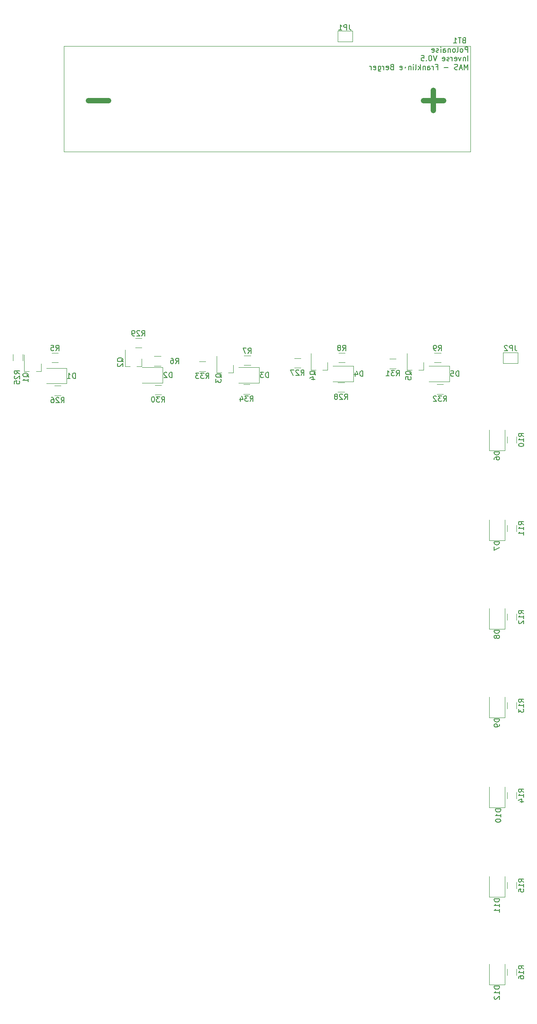
<source format=gbo>
G04 #@! TF.GenerationSoftware,KiCad,Pcbnew,(5.1.2)-1*
G04 #@! TF.CreationDate,2020-06-29T09:09:19+02:00*
G04 #@! TF.ProjectId,projet,70726f6a-6574-42e6-9b69-6361645f7063,rev?*
G04 #@! TF.SameCoordinates,Original*
G04 #@! TF.FileFunction,Legend,Bot*
G04 #@! TF.FilePolarity,Positive*
%FSLAX46Y46*%
G04 Gerber Fmt 4.6, Leading zero omitted, Abs format (unit mm)*
G04 Created by KiCad (PCBNEW (5.1.2)-1) date 2020-06-29 09:09:19*
%MOMM*%
%LPD*%
G04 APERTURE LIST*
%ADD10C,0.150000*%
%ADD11C,0.120000*%
%ADD12C,1.000000*%
G04 APERTURE END LIST*
D10*
X139513023Y-27123380D02*
X139513023Y-26123380D01*
X139132071Y-26123380D01*
X139036833Y-26171000D01*
X138989214Y-26218619D01*
X138941595Y-26313857D01*
X138941595Y-26456714D01*
X138989214Y-26551952D01*
X139036833Y-26599571D01*
X139132071Y-26647190D01*
X139513023Y-26647190D01*
X138370166Y-27123380D02*
X138465404Y-27075761D01*
X138513023Y-27028142D01*
X138560642Y-26932904D01*
X138560642Y-26647190D01*
X138513023Y-26551952D01*
X138465404Y-26504333D01*
X138370166Y-26456714D01*
X138227309Y-26456714D01*
X138132071Y-26504333D01*
X138084452Y-26551952D01*
X138036833Y-26647190D01*
X138036833Y-26932904D01*
X138084452Y-27028142D01*
X138132071Y-27075761D01*
X138227309Y-27123380D01*
X138370166Y-27123380D01*
X137465404Y-27123380D02*
X137560642Y-27075761D01*
X137608261Y-26980523D01*
X137608261Y-26123380D01*
X136941595Y-27123380D02*
X137036833Y-27075761D01*
X137084452Y-27028142D01*
X137132071Y-26932904D01*
X137132071Y-26647190D01*
X137084452Y-26551952D01*
X137036833Y-26504333D01*
X136941595Y-26456714D01*
X136798738Y-26456714D01*
X136703499Y-26504333D01*
X136655880Y-26551952D01*
X136608261Y-26647190D01*
X136608261Y-26932904D01*
X136655880Y-27028142D01*
X136703499Y-27075761D01*
X136798738Y-27123380D01*
X136941595Y-27123380D01*
X136179690Y-26456714D02*
X136179690Y-27123380D01*
X136179690Y-26551952D02*
X136132071Y-26504333D01*
X136036833Y-26456714D01*
X135893976Y-26456714D01*
X135798738Y-26504333D01*
X135751119Y-26599571D01*
X135751119Y-27123380D01*
X134846357Y-27123380D02*
X134846357Y-26599571D01*
X134893976Y-26504333D01*
X134989214Y-26456714D01*
X135179690Y-26456714D01*
X135274928Y-26504333D01*
X134846357Y-27075761D02*
X134941595Y-27123380D01*
X135179690Y-27123380D01*
X135274928Y-27075761D01*
X135322547Y-26980523D01*
X135322547Y-26885285D01*
X135274928Y-26790047D01*
X135179690Y-26742428D01*
X134941595Y-26742428D01*
X134846357Y-26694809D01*
X134370166Y-27123380D02*
X134370166Y-26456714D01*
X134370166Y-26123380D02*
X134417785Y-26171000D01*
X134370166Y-26218619D01*
X134322547Y-26171000D01*
X134370166Y-26123380D01*
X134370166Y-26218619D01*
X133941595Y-27075761D02*
X133846357Y-27123380D01*
X133655880Y-27123380D01*
X133560642Y-27075761D01*
X133513023Y-26980523D01*
X133513023Y-26932904D01*
X133560642Y-26837666D01*
X133655880Y-26790047D01*
X133798738Y-26790047D01*
X133893976Y-26742428D01*
X133941595Y-26647190D01*
X133941595Y-26599571D01*
X133893976Y-26504333D01*
X133798738Y-26456714D01*
X133655880Y-26456714D01*
X133560642Y-26504333D01*
X132703499Y-27075761D02*
X132798738Y-27123380D01*
X132989214Y-27123380D01*
X133084452Y-27075761D01*
X133132071Y-26980523D01*
X133132071Y-26599571D01*
X133084452Y-26504333D01*
X132989214Y-26456714D01*
X132798738Y-26456714D01*
X132703499Y-26504333D01*
X132655880Y-26599571D01*
X132655880Y-26694809D01*
X133132071Y-26790047D01*
X139513023Y-28773380D02*
X139513023Y-27773380D01*
X139036833Y-28106714D02*
X139036833Y-28773380D01*
X139036833Y-28201952D02*
X138989214Y-28154333D01*
X138893976Y-28106714D01*
X138751119Y-28106714D01*
X138655880Y-28154333D01*
X138608261Y-28249571D01*
X138608261Y-28773380D01*
X138227309Y-28106714D02*
X137989214Y-28773380D01*
X137751119Y-28106714D01*
X136989214Y-28725761D02*
X137084452Y-28773380D01*
X137274928Y-28773380D01*
X137370166Y-28725761D01*
X137417785Y-28630523D01*
X137417785Y-28249571D01*
X137370166Y-28154333D01*
X137274928Y-28106714D01*
X137084452Y-28106714D01*
X136989214Y-28154333D01*
X136941595Y-28249571D01*
X136941595Y-28344809D01*
X137417785Y-28440047D01*
X136513023Y-28773380D02*
X136513023Y-28106714D01*
X136513023Y-28297190D02*
X136465404Y-28201952D01*
X136417785Y-28154333D01*
X136322547Y-28106714D01*
X136227309Y-28106714D01*
X135941595Y-28725761D02*
X135846357Y-28773380D01*
X135655880Y-28773380D01*
X135560642Y-28725761D01*
X135513023Y-28630523D01*
X135513023Y-28582904D01*
X135560642Y-28487666D01*
X135655880Y-28440047D01*
X135798738Y-28440047D01*
X135893976Y-28392428D01*
X135941595Y-28297190D01*
X135941595Y-28249571D01*
X135893976Y-28154333D01*
X135798738Y-28106714D01*
X135655880Y-28106714D01*
X135560642Y-28154333D01*
X134703499Y-28725761D02*
X134798738Y-28773380D01*
X134989214Y-28773380D01*
X135084452Y-28725761D01*
X135132071Y-28630523D01*
X135132071Y-28249571D01*
X135084452Y-28154333D01*
X134989214Y-28106714D01*
X134798738Y-28106714D01*
X134703499Y-28154333D01*
X134655880Y-28249571D01*
X134655880Y-28344809D01*
X135132071Y-28440047D01*
X133608261Y-27773380D02*
X133274928Y-28773380D01*
X132941595Y-27773380D01*
X132417785Y-27773380D02*
X132322547Y-27773380D01*
X132227309Y-27821000D01*
X132179690Y-27868619D01*
X132132071Y-27963857D01*
X132084452Y-28154333D01*
X132084452Y-28392428D01*
X132132071Y-28582904D01*
X132179690Y-28678142D01*
X132227309Y-28725761D01*
X132322547Y-28773380D01*
X132417785Y-28773380D01*
X132513023Y-28725761D01*
X132560642Y-28678142D01*
X132608261Y-28582904D01*
X132655880Y-28392428D01*
X132655880Y-28154333D01*
X132608261Y-27963857D01*
X132560642Y-27868619D01*
X132513023Y-27821000D01*
X132417785Y-27773380D01*
X131655880Y-28678142D02*
X131608261Y-28725761D01*
X131655880Y-28773380D01*
X131703499Y-28725761D01*
X131655880Y-28678142D01*
X131655880Y-28773380D01*
X130703499Y-27773380D02*
X131179690Y-27773380D01*
X131227309Y-28249571D01*
X131179690Y-28201952D01*
X131084452Y-28154333D01*
X130846357Y-28154333D01*
X130751119Y-28201952D01*
X130703499Y-28249571D01*
X130655880Y-28344809D01*
X130655880Y-28582904D01*
X130703499Y-28678142D01*
X130751119Y-28725761D01*
X130846357Y-28773380D01*
X131084452Y-28773380D01*
X131179690Y-28725761D01*
X131227309Y-28678142D01*
X139513023Y-30423380D02*
X139513023Y-29423380D01*
X139179690Y-30137666D01*
X138846357Y-29423380D01*
X138846357Y-30423380D01*
X138417785Y-30137666D02*
X137941595Y-30137666D01*
X138513023Y-30423380D02*
X138179690Y-29423380D01*
X137846357Y-30423380D01*
X137560642Y-30375761D02*
X137417785Y-30423380D01*
X137179690Y-30423380D01*
X137084452Y-30375761D01*
X137036833Y-30328142D01*
X136989214Y-30232904D01*
X136989214Y-30137666D01*
X137036833Y-30042428D01*
X137084452Y-29994809D01*
X137179690Y-29947190D01*
X137370166Y-29899571D01*
X137465404Y-29851952D01*
X137513023Y-29804333D01*
X137560642Y-29709095D01*
X137560642Y-29613857D01*
X137513023Y-29518619D01*
X137465404Y-29471000D01*
X137370166Y-29423380D01*
X137132071Y-29423380D01*
X136989214Y-29471000D01*
X135798738Y-30042428D02*
X135036833Y-30042428D01*
X133465404Y-29899571D02*
X133798738Y-29899571D01*
X133798738Y-30423380D02*
X133798738Y-29423380D01*
X133322547Y-29423380D01*
X132941595Y-30423380D02*
X132941595Y-29756714D01*
X132941595Y-29947190D02*
X132893976Y-29851952D01*
X132846357Y-29804333D01*
X132751119Y-29756714D01*
X132655880Y-29756714D01*
X131893976Y-30423380D02*
X131893976Y-29899571D01*
X131941595Y-29804333D01*
X132036833Y-29756714D01*
X132227309Y-29756714D01*
X132322547Y-29804333D01*
X131893976Y-30375761D02*
X131989214Y-30423380D01*
X132227309Y-30423380D01*
X132322547Y-30375761D01*
X132370166Y-30280523D01*
X132370166Y-30185285D01*
X132322547Y-30090047D01*
X132227309Y-30042428D01*
X131989214Y-30042428D01*
X131893976Y-29994809D01*
X131417785Y-29756714D02*
X131417785Y-30423380D01*
X131417785Y-29851952D02*
X131370166Y-29804333D01*
X131274928Y-29756714D01*
X131132071Y-29756714D01*
X131036833Y-29804333D01*
X130989214Y-29899571D01*
X130989214Y-30423380D01*
X130513023Y-30423380D02*
X130513023Y-29423380D01*
X130417785Y-30042428D02*
X130132071Y-30423380D01*
X130132071Y-29756714D02*
X130513023Y-30137666D01*
X129560642Y-30423380D02*
X129655880Y-30375761D01*
X129703499Y-30280523D01*
X129703499Y-29423380D01*
X129179690Y-30423380D02*
X129179690Y-29756714D01*
X129179690Y-29423380D02*
X129227309Y-29471000D01*
X129179690Y-29518619D01*
X129132071Y-29471000D01*
X129179690Y-29423380D01*
X129179690Y-29518619D01*
X128703499Y-29756714D02*
X128703499Y-30423380D01*
X128703499Y-29851952D02*
X128655880Y-29804333D01*
X128560642Y-29756714D01*
X128417785Y-29756714D01*
X128322547Y-29804333D01*
X128274928Y-29899571D01*
X128274928Y-30423380D01*
X127655880Y-29994809D02*
X127703499Y-30042428D01*
X127655880Y-30090047D01*
X127608261Y-30042428D01*
X127655880Y-29994809D01*
X127655880Y-30090047D01*
X126655880Y-30375761D02*
X126751119Y-30423380D01*
X126941595Y-30423380D01*
X127036833Y-30375761D01*
X127084452Y-30280523D01*
X127084452Y-29899571D01*
X127036833Y-29804333D01*
X126941595Y-29756714D01*
X126751119Y-29756714D01*
X126655880Y-29804333D01*
X126608261Y-29899571D01*
X126608261Y-29994809D01*
X127084452Y-30090047D01*
X125084452Y-29899571D02*
X124941595Y-29947190D01*
X124893976Y-29994809D01*
X124846357Y-30090047D01*
X124846357Y-30232904D01*
X124893976Y-30328142D01*
X124941595Y-30375761D01*
X125036833Y-30423380D01*
X125417785Y-30423380D01*
X125417785Y-29423380D01*
X125084452Y-29423380D01*
X124989214Y-29471000D01*
X124941595Y-29518619D01*
X124893976Y-29613857D01*
X124893976Y-29709095D01*
X124941595Y-29804333D01*
X124989214Y-29851952D01*
X125084452Y-29899571D01*
X125417785Y-29899571D01*
X124036833Y-30375761D02*
X124132071Y-30423380D01*
X124322547Y-30423380D01*
X124417785Y-30375761D01*
X124465404Y-30280523D01*
X124465404Y-29899571D01*
X124417785Y-29804333D01*
X124322547Y-29756714D01*
X124132071Y-29756714D01*
X124036833Y-29804333D01*
X123989214Y-29899571D01*
X123989214Y-29994809D01*
X124465404Y-30090047D01*
X123560642Y-30423380D02*
X123560642Y-29756714D01*
X123560642Y-29947190D02*
X123513023Y-29851952D01*
X123465404Y-29804333D01*
X123370166Y-29756714D01*
X123274928Y-29756714D01*
X122513023Y-29756714D02*
X122513023Y-30566238D01*
X122560642Y-30661476D01*
X122608261Y-30709095D01*
X122703499Y-30756714D01*
X122846357Y-30756714D01*
X122941595Y-30709095D01*
X122513023Y-30375761D02*
X122608261Y-30423380D01*
X122798738Y-30423380D01*
X122893976Y-30375761D01*
X122941595Y-30328142D01*
X122989214Y-30232904D01*
X122989214Y-29947190D01*
X122941595Y-29851952D01*
X122893976Y-29804333D01*
X122798738Y-29756714D01*
X122608261Y-29756714D01*
X122513023Y-29804333D01*
X121655880Y-30375761D02*
X121751119Y-30423380D01*
X121941595Y-30423380D01*
X122036833Y-30375761D01*
X122084452Y-30280523D01*
X122084452Y-29899571D01*
X122036833Y-29804333D01*
X121941595Y-29756714D01*
X121751119Y-29756714D01*
X121655880Y-29804333D01*
X121608261Y-29899571D01*
X121608261Y-29994809D01*
X122084452Y-30090047D01*
X121179690Y-30423380D02*
X121179690Y-29756714D01*
X121179690Y-29947190D02*
X121132071Y-29851952D01*
X121084452Y-29804333D01*
X120989214Y-29756714D01*
X120893976Y-29756714D01*
D11*
X96970436Y-90022000D02*
X98174564Y-90022000D01*
X96970436Y-91842000D02*
X98174564Y-91842000D01*
X88600436Y-85698000D02*
X89804564Y-85698000D01*
X88600436Y-87518000D02*
X89804564Y-87518000D01*
X133636936Y-90022000D02*
X134841064Y-90022000D01*
X133636936Y-91842000D02*
X134841064Y-91842000D01*
X124687936Y-85190000D02*
X125892064Y-85190000D01*
X124687936Y-87010000D02*
X125892064Y-87010000D01*
X80206436Y-90149000D02*
X81410564Y-90149000D01*
X80206436Y-91969000D02*
X81410564Y-91969000D01*
X77674564Y-83079000D02*
X76470436Y-83079000D01*
X77674564Y-81259000D02*
X76470436Y-81259000D01*
X114877436Y-89641000D02*
X116081564Y-89641000D01*
X114877436Y-91461000D02*
X116081564Y-91461000D01*
X106622436Y-85069000D02*
X107826564Y-85069000D01*
X106622436Y-86889000D02*
X107826564Y-86889000D01*
X61156436Y-90276000D02*
X62360564Y-90276000D01*
X61156436Y-92096000D02*
X62360564Y-92096000D01*
X55146000Y-84310436D02*
X55146000Y-85514564D01*
X53326000Y-84310436D02*
X53326000Y-85514564D01*
X131120000Y-87260000D02*
X131120000Y-85800000D01*
X127960000Y-87260000D02*
X127960000Y-84100000D01*
X127960000Y-87260000D02*
X128890000Y-87260000D01*
X131120000Y-87260000D02*
X130190000Y-87260000D01*
X112939000Y-87260000D02*
X112939000Y-85800000D01*
X109779000Y-87260000D02*
X109779000Y-84100000D01*
X109779000Y-87260000D02*
X110709000Y-87260000D01*
X112939000Y-87260000D02*
X112009000Y-87260000D01*
X95070000Y-87768000D02*
X95070000Y-86308000D01*
X91910000Y-87768000D02*
X91910000Y-84608000D01*
X91910000Y-87768000D02*
X92840000Y-87768000D01*
X95070000Y-87768000D02*
X94140000Y-87768000D01*
X77719000Y-86588000D02*
X77719000Y-85128000D01*
X74559000Y-86588000D02*
X74559000Y-83428000D01*
X74559000Y-86588000D02*
X75489000Y-86588000D01*
X77719000Y-86588000D02*
X76789000Y-86588000D01*
X58616000Y-87560000D02*
X58616000Y-86100000D01*
X55456000Y-87560000D02*
X55456000Y-84400000D01*
X55456000Y-87560000D02*
X56386000Y-87560000D01*
X58616000Y-87560000D02*
X57686000Y-87560000D01*
X62988000Y-45941000D02*
X139988000Y-45941000D01*
X62988000Y-25941000D02*
X62988000Y-45941000D01*
X139988000Y-25941000D02*
X62988000Y-25941000D01*
X139988000Y-45941000D02*
X139988000Y-25941000D01*
X146918000Y-201860564D02*
X146918000Y-200656436D01*
X148738000Y-201860564D02*
X148738000Y-200656436D01*
X146918000Y-185423564D02*
X146918000Y-184219436D01*
X148738000Y-185423564D02*
X148738000Y-184219436D01*
X146918000Y-168405564D02*
X146918000Y-167201436D01*
X148738000Y-168405564D02*
X148738000Y-167201436D01*
X146918000Y-151387564D02*
X146918000Y-150183436D01*
X148738000Y-151387564D02*
X148738000Y-150183436D01*
X146918000Y-134623564D02*
X146918000Y-133419436D01*
X148738000Y-134623564D02*
X148738000Y-133419436D01*
X146918000Y-117823064D02*
X146918000Y-116618936D01*
X148738000Y-117823064D02*
X148738000Y-116618936D01*
X146918000Y-101095564D02*
X146918000Y-99891436D01*
X148738000Y-101095564D02*
X148738000Y-99891436D01*
X134369564Y-85873000D02*
X133165436Y-85873000D01*
X134369564Y-84053000D02*
X133165436Y-84053000D01*
X116208564Y-85873000D02*
X115004436Y-85873000D01*
X116208564Y-84053000D02*
X115004436Y-84053000D01*
X98301564Y-86381000D02*
X97097436Y-86381000D01*
X98301564Y-84561000D02*
X97097436Y-84561000D01*
X81283564Y-86508000D02*
X80079436Y-86508000D01*
X81283564Y-84688000D02*
X80079436Y-84688000D01*
X61852564Y-85873000D02*
X60648436Y-85873000D01*
X61852564Y-84053000D02*
X60648436Y-84053000D01*
X149011000Y-83963000D02*
X146211000Y-83963000D01*
X146211000Y-83963000D02*
X146211000Y-85963000D01*
X146211000Y-85963000D02*
X149011000Y-85963000D01*
X149011000Y-85963000D02*
X149011000Y-83963000D01*
X114813000Y-25130000D02*
X117613000Y-25130000D01*
X117613000Y-25130000D02*
X117613000Y-23130000D01*
X117613000Y-23130000D02*
X114813000Y-23130000D01*
X114813000Y-23130000D02*
X114813000Y-25130000D01*
X143574000Y-203580000D02*
X143574000Y-199695000D01*
X146494000Y-203580000D02*
X143574000Y-203580000D01*
X146494000Y-199695000D02*
X146494000Y-203580000D01*
X143574000Y-187044000D02*
X143574000Y-183159000D01*
X146494000Y-187044000D02*
X143574000Y-187044000D01*
X146494000Y-183159000D02*
X146494000Y-187044000D01*
X143574000Y-170052000D02*
X143574000Y-166167000D01*
X146494000Y-170052000D02*
X143574000Y-170052000D01*
X146494000Y-166167000D02*
X146494000Y-170052000D01*
X143574000Y-153034000D02*
X143574000Y-149149000D01*
X146494000Y-153034000D02*
X143574000Y-153034000D01*
X146494000Y-149149000D02*
X146494000Y-153034000D01*
X143574000Y-136270000D02*
X143574000Y-132385000D01*
X146494000Y-136270000D02*
X143574000Y-136270000D01*
X146494000Y-132385000D02*
X146494000Y-136270000D01*
X143574000Y-119506000D02*
X143574000Y-115621000D01*
X146494000Y-119506000D02*
X143574000Y-119506000D01*
X146494000Y-115621000D02*
X146494000Y-119506000D01*
X143574000Y-102488000D02*
X143574000Y-98603000D01*
X146494000Y-102488000D02*
X143574000Y-102488000D01*
X146494000Y-98603000D02*
X146494000Y-102488000D01*
X136016000Y-89471000D02*
X132131000Y-89471000D01*
X136016000Y-86551000D02*
X136016000Y-89471000D01*
X132131000Y-86551000D02*
X136016000Y-86551000D01*
X117829000Y-89471000D02*
X113944000Y-89471000D01*
X117829000Y-86551000D02*
X117829000Y-89471000D01*
X113944000Y-86551000D02*
X117829000Y-86551000D01*
X99948000Y-89725000D02*
X96063000Y-89725000D01*
X99948000Y-86805000D02*
X99948000Y-89725000D01*
X96063000Y-86805000D02*
X99948000Y-86805000D01*
X81660000Y-89725000D02*
X77775000Y-89725000D01*
X81660000Y-86805000D02*
X81660000Y-89725000D01*
X77775000Y-86805000D02*
X81660000Y-86805000D01*
X63499000Y-89852000D02*
X59614000Y-89852000D01*
X63499000Y-86932000D02*
X63499000Y-89852000D01*
X59614000Y-86932000D02*
X63499000Y-86932000D01*
D10*
X98215357Y-93204380D02*
X98548690Y-92728190D01*
X98786785Y-93204380D02*
X98786785Y-92204380D01*
X98405833Y-92204380D01*
X98310595Y-92252000D01*
X98262976Y-92299619D01*
X98215357Y-92394857D01*
X98215357Y-92537714D01*
X98262976Y-92632952D01*
X98310595Y-92680571D01*
X98405833Y-92728190D01*
X98786785Y-92728190D01*
X97882023Y-92204380D02*
X97262976Y-92204380D01*
X97596309Y-92585333D01*
X97453452Y-92585333D01*
X97358214Y-92632952D01*
X97310595Y-92680571D01*
X97262976Y-92775809D01*
X97262976Y-93013904D01*
X97310595Y-93109142D01*
X97358214Y-93156761D01*
X97453452Y-93204380D01*
X97739166Y-93204380D01*
X97834404Y-93156761D01*
X97882023Y-93109142D01*
X96405833Y-92537714D02*
X96405833Y-93204380D01*
X96643928Y-92156761D02*
X96882023Y-92871047D01*
X96262976Y-92871047D01*
X89845357Y-88880380D02*
X90178690Y-88404190D01*
X90416785Y-88880380D02*
X90416785Y-87880380D01*
X90035833Y-87880380D01*
X89940595Y-87928000D01*
X89892976Y-87975619D01*
X89845357Y-88070857D01*
X89845357Y-88213714D01*
X89892976Y-88308952D01*
X89940595Y-88356571D01*
X90035833Y-88404190D01*
X90416785Y-88404190D01*
X89512023Y-87880380D02*
X88892976Y-87880380D01*
X89226309Y-88261333D01*
X89083452Y-88261333D01*
X88988214Y-88308952D01*
X88940595Y-88356571D01*
X88892976Y-88451809D01*
X88892976Y-88689904D01*
X88940595Y-88785142D01*
X88988214Y-88832761D01*
X89083452Y-88880380D01*
X89369166Y-88880380D01*
X89464404Y-88832761D01*
X89512023Y-88785142D01*
X88559642Y-87880380D02*
X87940595Y-87880380D01*
X88273928Y-88261333D01*
X88131071Y-88261333D01*
X88035833Y-88308952D01*
X87988214Y-88356571D01*
X87940595Y-88451809D01*
X87940595Y-88689904D01*
X87988214Y-88785142D01*
X88035833Y-88832761D01*
X88131071Y-88880380D01*
X88416785Y-88880380D01*
X88512023Y-88832761D01*
X88559642Y-88785142D01*
X134881857Y-93204380D02*
X135215190Y-92728190D01*
X135453285Y-93204380D02*
X135453285Y-92204380D01*
X135072333Y-92204380D01*
X134977095Y-92252000D01*
X134929476Y-92299619D01*
X134881857Y-92394857D01*
X134881857Y-92537714D01*
X134929476Y-92632952D01*
X134977095Y-92680571D01*
X135072333Y-92728190D01*
X135453285Y-92728190D01*
X134548523Y-92204380D02*
X133929476Y-92204380D01*
X134262809Y-92585333D01*
X134119952Y-92585333D01*
X134024714Y-92632952D01*
X133977095Y-92680571D01*
X133929476Y-92775809D01*
X133929476Y-93013904D01*
X133977095Y-93109142D01*
X134024714Y-93156761D01*
X134119952Y-93204380D01*
X134405666Y-93204380D01*
X134500904Y-93156761D01*
X134548523Y-93109142D01*
X133548523Y-92299619D02*
X133500904Y-92252000D01*
X133405666Y-92204380D01*
X133167571Y-92204380D01*
X133072333Y-92252000D01*
X133024714Y-92299619D01*
X132977095Y-92394857D01*
X132977095Y-92490095D01*
X133024714Y-92632952D01*
X133596142Y-93204380D01*
X132977095Y-93204380D01*
X125932857Y-88372380D02*
X126266190Y-87896190D01*
X126504285Y-88372380D02*
X126504285Y-87372380D01*
X126123333Y-87372380D01*
X126028095Y-87420000D01*
X125980476Y-87467619D01*
X125932857Y-87562857D01*
X125932857Y-87705714D01*
X125980476Y-87800952D01*
X126028095Y-87848571D01*
X126123333Y-87896190D01*
X126504285Y-87896190D01*
X125599523Y-87372380D02*
X124980476Y-87372380D01*
X125313809Y-87753333D01*
X125170952Y-87753333D01*
X125075714Y-87800952D01*
X125028095Y-87848571D01*
X124980476Y-87943809D01*
X124980476Y-88181904D01*
X125028095Y-88277142D01*
X125075714Y-88324761D01*
X125170952Y-88372380D01*
X125456666Y-88372380D01*
X125551904Y-88324761D01*
X125599523Y-88277142D01*
X124028095Y-88372380D02*
X124599523Y-88372380D01*
X124313809Y-88372380D02*
X124313809Y-87372380D01*
X124409047Y-87515238D01*
X124504285Y-87610476D01*
X124599523Y-87658095D01*
X81451357Y-93331380D02*
X81784690Y-92855190D01*
X82022785Y-93331380D02*
X82022785Y-92331380D01*
X81641833Y-92331380D01*
X81546595Y-92379000D01*
X81498976Y-92426619D01*
X81451357Y-92521857D01*
X81451357Y-92664714D01*
X81498976Y-92759952D01*
X81546595Y-92807571D01*
X81641833Y-92855190D01*
X82022785Y-92855190D01*
X81118023Y-92331380D02*
X80498976Y-92331380D01*
X80832309Y-92712333D01*
X80689452Y-92712333D01*
X80594214Y-92759952D01*
X80546595Y-92807571D01*
X80498976Y-92902809D01*
X80498976Y-93140904D01*
X80546595Y-93236142D01*
X80594214Y-93283761D01*
X80689452Y-93331380D01*
X80975166Y-93331380D01*
X81070404Y-93283761D01*
X81118023Y-93236142D01*
X79879928Y-92331380D02*
X79784690Y-92331380D01*
X79689452Y-92379000D01*
X79641833Y-92426619D01*
X79594214Y-92521857D01*
X79546595Y-92712333D01*
X79546595Y-92950428D01*
X79594214Y-93140904D01*
X79641833Y-93236142D01*
X79689452Y-93283761D01*
X79784690Y-93331380D01*
X79879928Y-93331380D01*
X79975166Y-93283761D01*
X80022785Y-93236142D01*
X80070404Y-93140904D01*
X80118023Y-92950428D01*
X80118023Y-92712333D01*
X80070404Y-92521857D01*
X80022785Y-92426619D01*
X79975166Y-92379000D01*
X79879928Y-92331380D01*
X77715357Y-80801380D02*
X78048690Y-80325190D01*
X78286785Y-80801380D02*
X78286785Y-79801380D01*
X77905833Y-79801380D01*
X77810595Y-79849000D01*
X77762976Y-79896619D01*
X77715357Y-79991857D01*
X77715357Y-80134714D01*
X77762976Y-80229952D01*
X77810595Y-80277571D01*
X77905833Y-80325190D01*
X78286785Y-80325190D01*
X77334404Y-79896619D02*
X77286785Y-79849000D01*
X77191547Y-79801380D01*
X76953452Y-79801380D01*
X76858214Y-79849000D01*
X76810595Y-79896619D01*
X76762976Y-79991857D01*
X76762976Y-80087095D01*
X76810595Y-80229952D01*
X77382023Y-80801380D01*
X76762976Y-80801380D01*
X76286785Y-80801380D02*
X76096309Y-80801380D01*
X76001071Y-80753761D01*
X75953452Y-80706142D01*
X75858214Y-80563285D01*
X75810595Y-80372809D01*
X75810595Y-79991857D01*
X75858214Y-79896619D01*
X75905833Y-79849000D01*
X76001071Y-79801380D01*
X76191547Y-79801380D01*
X76286785Y-79849000D01*
X76334404Y-79896619D01*
X76382023Y-79991857D01*
X76382023Y-80229952D01*
X76334404Y-80325190D01*
X76286785Y-80372809D01*
X76191547Y-80420428D01*
X76001071Y-80420428D01*
X75905833Y-80372809D01*
X75858214Y-80325190D01*
X75810595Y-80229952D01*
X116122357Y-92823380D02*
X116455690Y-92347190D01*
X116693785Y-92823380D02*
X116693785Y-91823380D01*
X116312833Y-91823380D01*
X116217595Y-91871000D01*
X116169976Y-91918619D01*
X116122357Y-92013857D01*
X116122357Y-92156714D01*
X116169976Y-92251952D01*
X116217595Y-92299571D01*
X116312833Y-92347190D01*
X116693785Y-92347190D01*
X115741404Y-91918619D02*
X115693785Y-91871000D01*
X115598547Y-91823380D01*
X115360452Y-91823380D01*
X115265214Y-91871000D01*
X115217595Y-91918619D01*
X115169976Y-92013857D01*
X115169976Y-92109095D01*
X115217595Y-92251952D01*
X115789023Y-92823380D01*
X115169976Y-92823380D01*
X114598547Y-92251952D02*
X114693785Y-92204333D01*
X114741404Y-92156714D01*
X114789023Y-92061476D01*
X114789023Y-92013857D01*
X114741404Y-91918619D01*
X114693785Y-91871000D01*
X114598547Y-91823380D01*
X114408071Y-91823380D01*
X114312833Y-91871000D01*
X114265214Y-91918619D01*
X114217595Y-92013857D01*
X114217595Y-92061476D01*
X114265214Y-92156714D01*
X114312833Y-92204333D01*
X114408071Y-92251952D01*
X114598547Y-92251952D01*
X114693785Y-92299571D01*
X114741404Y-92347190D01*
X114789023Y-92442428D01*
X114789023Y-92632904D01*
X114741404Y-92728142D01*
X114693785Y-92775761D01*
X114598547Y-92823380D01*
X114408071Y-92823380D01*
X114312833Y-92775761D01*
X114265214Y-92728142D01*
X114217595Y-92632904D01*
X114217595Y-92442428D01*
X114265214Y-92347190D01*
X114312833Y-92299571D01*
X114408071Y-92251952D01*
X107867357Y-88251380D02*
X108200690Y-87775190D01*
X108438785Y-88251380D02*
X108438785Y-87251380D01*
X108057833Y-87251380D01*
X107962595Y-87299000D01*
X107914976Y-87346619D01*
X107867357Y-87441857D01*
X107867357Y-87584714D01*
X107914976Y-87679952D01*
X107962595Y-87727571D01*
X108057833Y-87775190D01*
X108438785Y-87775190D01*
X107486404Y-87346619D02*
X107438785Y-87299000D01*
X107343547Y-87251380D01*
X107105452Y-87251380D01*
X107010214Y-87299000D01*
X106962595Y-87346619D01*
X106914976Y-87441857D01*
X106914976Y-87537095D01*
X106962595Y-87679952D01*
X107534023Y-88251380D01*
X106914976Y-88251380D01*
X106581642Y-87251380D02*
X105914976Y-87251380D01*
X106343547Y-88251380D01*
X62403357Y-93472380D02*
X62736690Y-92996190D01*
X62974785Y-93472380D02*
X62974785Y-92472380D01*
X62593833Y-92472380D01*
X62498595Y-92520000D01*
X62450976Y-92567619D01*
X62403357Y-92662857D01*
X62403357Y-92805714D01*
X62450976Y-92900952D01*
X62498595Y-92948571D01*
X62593833Y-92996190D01*
X62974785Y-92996190D01*
X62022404Y-92567619D02*
X61974785Y-92520000D01*
X61879547Y-92472380D01*
X61641452Y-92472380D01*
X61546214Y-92520000D01*
X61498595Y-92567619D01*
X61450976Y-92662857D01*
X61450976Y-92758095D01*
X61498595Y-92900952D01*
X62070023Y-93472380D01*
X61450976Y-93472380D01*
X60593833Y-92472380D02*
X60784309Y-92472380D01*
X60879547Y-92520000D01*
X60927166Y-92567619D01*
X61022404Y-92710476D01*
X61070023Y-92900952D01*
X61070023Y-93281904D01*
X61022404Y-93377142D01*
X60974785Y-93424761D01*
X60879547Y-93472380D01*
X60689071Y-93472380D01*
X60593833Y-93424761D01*
X60546214Y-93377142D01*
X60498595Y-93281904D01*
X60498595Y-93043809D01*
X60546214Y-92948571D01*
X60593833Y-92900952D01*
X60689071Y-92853333D01*
X60879547Y-92853333D01*
X60974785Y-92900952D01*
X61022404Y-92948571D01*
X61070023Y-93043809D01*
X54554380Y-88003142D02*
X54078190Y-87669809D01*
X54554380Y-87431714D02*
X53554380Y-87431714D01*
X53554380Y-87812666D01*
X53602000Y-87907904D01*
X53649619Y-87955523D01*
X53744857Y-88003142D01*
X53887714Y-88003142D01*
X53982952Y-87955523D01*
X54030571Y-87907904D01*
X54078190Y-87812666D01*
X54078190Y-87431714D01*
X53649619Y-88384095D02*
X53602000Y-88431714D01*
X53554380Y-88526952D01*
X53554380Y-88765047D01*
X53602000Y-88860285D01*
X53649619Y-88907904D01*
X53744857Y-88955523D01*
X53840095Y-88955523D01*
X53982952Y-88907904D01*
X54554380Y-88336476D01*
X54554380Y-88955523D01*
X53554380Y-89860285D02*
X53554380Y-89384095D01*
X54030571Y-89336476D01*
X53982952Y-89384095D01*
X53935333Y-89479333D01*
X53935333Y-89717428D01*
X53982952Y-89812666D01*
X54030571Y-89860285D01*
X54125809Y-89907904D01*
X54363904Y-89907904D01*
X54459142Y-89860285D01*
X54506761Y-89812666D01*
X54554380Y-89717428D01*
X54554380Y-89479333D01*
X54506761Y-89384095D01*
X54459142Y-89336476D01*
X128837619Y-88204761D02*
X128790000Y-88109523D01*
X128694761Y-88014285D01*
X128551904Y-87871428D01*
X128504285Y-87776190D01*
X128504285Y-87680952D01*
X128742380Y-87728571D02*
X128694761Y-87633333D01*
X128599523Y-87538095D01*
X128409047Y-87490476D01*
X128075714Y-87490476D01*
X127885238Y-87538095D01*
X127790000Y-87633333D01*
X127742380Y-87728571D01*
X127742380Y-87919047D01*
X127790000Y-88014285D01*
X127885238Y-88109523D01*
X128075714Y-88157142D01*
X128409047Y-88157142D01*
X128599523Y-88109523D01*
X128694761Y-88014285D01*
X128742380Y-87919047D01*
X128742380Y-87728571D01*
X127742380Y-89061904D02*
X127742380Y-88585714D01*
X128218571Y-88538095D01*
X128170952Y-88585714D01*
X128123333Y-88680952D01*
X128123333Y-88919047D01*
X128170952Y-89014285D01*
X128218571Y-89061904D01*
X128313809Y-89109523D01*
X128551904Y-89109523D01*
X128647142Y-89061904D01*
X128694761Y-89014285D01*
X128742380Y-88919047D01*
X128742380Y-88680952D01*
X128694761Y-88585714D01*
X128647142Y-88538095D01*
X110656619Y-88204761D02*
X110609000Y-88109523D01*
X110513761Y-88014285D01*
X110370904Y-87871428D01*
X110323285Y-87776190D01*
X110323285Y-87680952D01*
X110561380Y-87728571D02*
X110513761Y-87633333D01*
X110418523Y-87538095D01*
X110228047Y-87490476D01*
X109894714Y-87490476D01*
X109704238Y-87538095D01*
X109609000Y-87633333D01*
X109561380Y-87728571D01*
X109561380Y-87919047D01*
X109609000Y-88014285D01*
X109704238Y-88109523D01*
X109894714Y-88157142D01*
X110228047Y-88157142D01*
X110418523Y-88109523D01*
X110513761Y-88014285D01*
X110561380Y-87919047D01*
X110561380Y-87728571D01*
X109894714Y-89014285D02*
X110561380Y-89014285D01*
X109513761Y-88776190D02*
X110228047Y-88538095D01*
X110228047Y-89157142D01*
X92837619Y-88712761D02*
X92790000Y-88617523D01*
X92694761Y-88522285D01*
X92551904Y-88379428D01*
X92504285Y-88284190D01*
X92504285Y-88188952D01*
X92742380Y-88236571D02*
X92694761Y-88141333D01*
X92599523Y-88046095D01*
X92409047Y-87998476D01*
X92075714Y-87998476D01*
X91885238Y-88046095D01*
X91790000Y-88141333D01*
X91742380Y-88236571D01*
X91742380Y-88427047D01*
X91790000Y-88522285D01*
X91885238Y-88617523D01*
X92075714Y-88665142D01*
X92409047Y-88665142D01*
X92599523Y-88617523D01*
X92694761Y-88522285D01*
X92742380Y-88427047D01*
X92742380Y-88236571D01*
X91742380Y-88998476D02*
X91742380Y-89617523D01*
X92123333Y-89284190D01*
X92123333Y-89427047D01*
X92170952Y-89522285D01*
X92218571Y-89569904D01*
X92313809Y-89617523D01*
X92551904Y-89617523D01*
X92647142Y-89569904D01*
X92694761Y-89522285D01*
X92742380Y-89427047D01*
X92742380Y-89141333D01*
X92694761Y-89046095D01*
X92647142Y-88998476D01*
X74186619Y-85732761D02*
X74139000Y-85637523D01*
X74043761Y-85542285D01*
X73900904Y-85399428D01*
X73853285Y-85304190D01*
X73853285Y-85208952D01*
X74091380Y-85256571D02*
X74043761Y-85161333D01*
X73948523Y-85066095D01*
X73758047Y-85018476D01*
X73424714Y-85018476D01*
X73234238Y-85066095D01*
X73139000Y-85161333D01*
X73091380Y-85256571D01*
X73091380Y-85447047D01*
X73139000Y-85542285D01*
X73234238Y-85637523D01*
X73424714Y-85685142D01*
X73758047Y-85685142D01*
X73948523Y-85637523D01*
X74043761Y-85542285D01*
X74091380Y-85447047D01*
X74091380Y-85256571D01*
X73186619Y-86066095D02*
X73139000Y-86113714D01*
X73091380Y-86208952D01*
X73091380Y-86447047D01*
X73139000Y-86542285D01*
X73186619Y-86589904D01*
X73281857Y-86637523D01*
X73377095Y-86637523D01*
X73519952Y-86589904D01*
X74091380Y-86018476D01*
X74091380Y-86637523D01*
X56283619Y-88604761D02*
X56236000Y-88509523D01*
X56140761Y-88414285D01*
X55997904Y-88271428D01*
X55950285Y-88176190D01*
X55950285Y-88080952D01*
X56188380Y-88128571D02*
X56140761Y-88033333D01*
X56045523Y-87938095D01*
X55855047Y-87890476D01*
X55521714Y-87890476D01*
X55331238Y-87938095D01*
X55236000Y-88033333D01*
X55188380Y-88128571D01*
X55188380Y-88319047D01*
X55236000Y-88414285D01*
X55331238Y-88509523D01*
X55521714Y-88557142D01*
X55855047Y-88557142D01*
X56045523Y-88509523D01*
X56140761Y-88414285D01*
X56188380Y-88319047D01*
X56188380Y-88128571D01*
X56188380Y-89509523D02*
X56188380Y-88938095D01*
X56188380Y-89223809D02*
X55188380Y-89223809D01*
X55331238Y-89128571D01*
X55426476Y-89033333D01*
X55474095Y-88938095D01*
X138773714Y-24869571D02*
X138630857Y-24917190D01*
X138583238Y-24964809D01*
X138535619Y-25060047D01*
X138535619Y-25202904D01*
X138583238Y-25298142D01*
X138630857Y-25345761D01*
X138726095Y-25393380D01*
X139107047Y-25393380D01*
X139107047Y-24393380D01*
X138773714Y-24393380D01*
X138678476Y-24441000D01*
X138630857Y-24488619D01*
X138583238Y-24583857D01*
X138583238Y-24679095D01*
X138630857Y-24774333D01*
X138678476Y-24821952D01*
X138773714Y-24869571D01*
X139107047Y-24869571D01*
X138249904Y-24393380D02*
X137678476Y-24393380D01*
X137964190Y-25393380D02*
X137964190Y-24393380D01*
X136821333Y-25393380D02*
X137392761Y-25393380D01*
X137107047Y-25393380D02*
X137107047Y-24393380D01*
X137202285Y-24536238D01*
X137297523Y-24631476D01*
X137392761Y-24679095D01*
D12*
X71392761Y-36298142D02*
X67583238Y-36298142D01*
X134892761Y-36298142D02*
X131083238Y-36298142D01*
X132988000Y-38202904D02*
X132988000Y-34393380D01*
D10*
X150100380Y-200615642D02*
X149624190Y-200282309D01*
X150100380Y-200044214D02*
X149100380Y-200044214D01*
X149100380Y-200425166D01*
X149148000Y-200520404D01*
X149195619Y-200568023D01*
X149290857Y-200615642D01*
X149433714Y-200615642D01*
X149528952Y-200568023D01*
X149576571Y-200520404D01*
X149624190Y-200425166D01*
X149624190Y-200044214D01*
X150100380Y-201568023D02*
X150100380Y-200996595D01*
X150100380Y-201282309D02*
X149100380Y-201282309D01*
X149243238Y-201187071D01*
X149338476Y-201091833D01*
X149386095Y-200996595D01*
X149100380Y-202425166D02*
X149100380Y-202234690D01*
X149148000Y-202139452D01*
X149195619Y-202091833D01*
X149338476Y-201996595D01*
X149528952Y-201948976D01*
X149909904Y-201948976D01*
X150005142Y-201996595D01*
X150052761Y-202044214D01*
X150100380Y-202139452D01*
X150100380Y-202329928D01*
X150052761Y-202425166D01*
X150005142Y-202472785D01*
X149909904Y-202520404D01*
X149671809Y-202520404D01*
X149576571Y-202472785D01*
X149528952Y-202425166D01*
X149481333Y-202329928D01*
X149481333Y-202139452D01*
X149528952Y-202044214D01*
X149576571Y-201996595D01*
X149671809Y-201948976D01*
X150100380Y-184178642D02*
X149624190Y-183845309D01*
X150100380Y-183607214D02*
X149100380Y-183607214D01*
X149100380Y-183988166D01*
X149148000Y-184083404D01*
X149195619Y-184131023D01*
X149290857Y-184178642D01*
X149433714Y-184178642D01*
X149528952Y-184131023D01*
X149576571Y-184083404D01*
X149624190Y-183988166D01*
X149624190Y-183607214D01*
X150100380Y-185131023D02*
X150100380Y-184559595D01*
X150100380Y-184845309D02*
X149100380Y-184845309D01*
X149243238Y-184750071D01*
X149338476Y-184654833D01*
X149386095Y-184559595D01*
X149100380Y-186035785D02*
X149100380Y-185559595D01*
X149576571Y-185511976D01*
X149528952Y-185559595D01*
X149481333Y-185654833D01*
X149481333Y-185892928D01*
X149528952Y-185988166D01*
X149576571Y-186035785D01*
X149671809Y-186083404D01*
X149909904Y-186083404D01*
X150005142Y-186035785D01*
X150052761Y-185988166D01*
X150100380Y-185892928D01*
X150100380Y-185654833D01*
X150052761Y-185559595D01*
X150005142Y-185511976D01*
X150100380Y-167160642D02*
X149624190Y-166827309D01*
X150100380Y-166589214D02*
X149100380Y-166589214D01*
X149100380Y-166970166D01*
X149148000Y-167065404D01*
X149195619Y-167113023D01*
X149290857Y-167160642D01*
X149433714Y-167160642D01*
X149528952Y-167113023D01*
X149576571Y-167065404D01*
X149624190Y-166970166D01*
X149624190Y-166589214D01*
X150100380Y-168113023D02*
X150100380Y-167541595D01*
X150100380Y-167827309D02*
X149100380Y-167827309D01*
X149243238Y-167732071D01*
X149338476Y-167636833D01*
X149386095Y-167541595D01*
X149433714Y-168970166D02*
X150100380Y-168970166D01*
X149052761Y-168732071D02*
X149767047Y-168493976D01*
X149767047Y-169113023D01*
X150100380Y-150142642D02*
X149624190Y-149809309D01*
X150100380Y-149571214D02*
X149100380Y-149571214D01*
X149100380Y-149952166D01*
X149148000Y-150047404D01*
X149195619Y-150095023D01*
X149290857Y-150142642D01*
X149433714Y-150142642D01*
X149528952Y-150095023D01*
X149576571Y-150047404D01*
X149624190Y-149952166D01*
X149624190Y-149571214D01*
X150100380Y-151095023D02*
X150100380Y-150523595D01*
X150100380Y-150809309D02*
X149100380Y-150809309D01*
X149243238Y-150714071D01*
X149338476Y-150618833D01*
X149386095Y-150523595D01*
X149100380Y-151428357D02*
X149100380Y-152047404D01*
X149481333Y-151714071D01*
X149481333Y-151856928D01*
X149528952Y-151952166D01*
X149576571Y-151999785D01*
X149671809Y-152047404D01*
X149909904Y-152047404D01*
X150005142Y-151999785D01*
X150052761Y-151952166D01*
X150100380Y-151856928D01*
X150100380Y-151571214D01*
X150052761Y-151475976D01*
X150005142Y-151428357D01*
X150100380Y-133378642D02*
X149624190Y-133045309D01*
X150100380Y-132807214D02*
X149100380Y-132807214D01*
X149100380Y-133188166D01*
X149148000Y-133283404D01*
X149195619Y-133331023D01*
X149290857Y-133378642D01*
X149433714Y-133378642D01*
X149528952Y-133331023D01*
X149576571Y-133283404D01*
X149624190Y-133188166D01*
X149624190Y-132807214D01*
X150100380Y-134331023D02*
X150100380Y-133759595D01*
X150100380Y-134045309D02*
X149100380Y-134045309D01*
X149243238Y-133950071D01*
X149338476Y-133854833D01*
X149386095Y-133759595D01*
X149195619Y-134711976D02*
X149148000Y-134759595D01*
X149100380Y-134854833D01*
X149100380Y-135092928D01*
X149148000Y-135188166D01*
X149195619Y-135235785D01*
X149290857Y-135283404D01*
X149386095Y-135283404D01*
X149528952Y-135235785D01*
X150100380Y-134664357D01*
X150100380Y-135283404D01*
X150100380Y-116578142D02*
X149624190Y-116244809D01*
X150100380Y-116006714D02*
X149100380Y-116006714D01*
X149100380Y-116387666D01*
X149148000Y-116482904D01*
X149195619Y-116530523D01*
X149290857Y-116578142D01*
X149433714Y-116578142D01*
X149528952Y-116530523D01*
X149576571Y-116482904D01*
X149624190Y-116387666D01*
X149624190Y-116006714D01*
X150100380Y-117530523D02*
X150100380Y-116959095D01*
X150100380Y-117244809D02*
X149100380Y-117244809D01*
X149243238Y-117149571D01*
X149338476Y-117054333D01*
X149386095Y-116959095D01*
X150100380Y-118482904D02*
X150100380Y-117911476D01*
X150100380Y-118197190D02*
X149100380Y-118197190D01*
X149243238Y-118101952D01*
X149338476Y-118006714D01*
X149386095Y-117911476D01*
X150100380Y-99850642D02*
X149624190Y-99517309D01*
X150100380Y-99279214D02*
X149100380Y-99279214D01*
X149100380Y-99660166D01*
X149148000Y-99755404D01*
X149195619Y-99803023D01*
X149290857Y-99850642D01*
X149433714Y-99850642D01*
X149528952Y-99803023D01*
X149576571Y-99755404D01*
X149624190Y-99660166D01*
X149624190Y-99279214D01*
X150100380Y-100803023D02*
X150100380Y-100231595D01*
X150100380Y-100517309D02*
X149100380Y-100517309D01*
X149243238Y-100422071D01*
X149338476Y-100326833D01*
X149386095Y-100231595D01*
X149100380Y-101422071D02*
X149100380Y-101517309D01*
X149148000Y-101612547D01*
X149195619Y-101660166D01*
X149290857Y-101707785D01*
X149481333Y-101755404D01*
X149719428Y-101755404D01*
X149909904Y-101707785D01*
X150005142Y-101660166D01*
X150052761Y-101612547D01*
X150100380Y-101517309D01*
X150100380Y-101422071D01*
X150052761Y-101326833D01*
X150005142Y-101279214D01*
X149909904Y-101231595D01*
X149719428Y-101183976D01*
X149481333Y-101183976D01*
X149290857Y-101231595D01*
X149195619Y-101279214D01*
X149148000Y-101326833D01*
X149100380Y-101422071D01*
X133934166Y-83595380D02*
X134267500Y-83119190D01*
X134505595Y-83595380D02*
X134505595Y-82595380D01*
X134124642Y-82595380D01*
X134029404Y-82643000D01*
X133981785Y-82690619D01*
X133934166Y-82785857D01*
X133934166Y-82928714D01*
X133981785Y-83023952D01*
X134029404Y-83071571D01*
X134124642Y-83119190D01*
X134505595Y-83119190D01*
X133457976Y-83595380D02*
X133267500Y-83595380D01*
X133172261Y-83547761D01*
X133124642Y-83500142D01*
X133029404Y-83357285D01*
X132981785Y-83166809D01*
X132981785Y-82785857D01*
X133029404Y-82690619D01*
X133077023Y-82643000D01*
X133172261Y-82595380D01*
X133362738Y-82595380D01*
X133457976Y-82643000D01*
X133505595Y-82690619D01*
X133553214Y-82785857D01*
X133553214Y-83023952D01*
X133505595Y-83119190D01*
X133457976Y-83166809D01*
X133362738Y-83214428D01*
X133172261Y-83214428D01*
X133077023Y-83166809D01*
X133029404Y-83119190D01*
X132981785Y-83023952D01*
X115773166Y-83595380D02*
X116106500Y-83119190D01*
X116344595Y-83595380D02*
X116344595Y-82595380D01*
X115963642Y-82595380D01*
X115868404Y-82643000D01*
X115820785Y-82690619D01*
X115773166Y-82785857D01*
X115773166Y-82928714D01*
X115820785Y-83023952D01*
X115868404Y-83071571D01*
X115963642Y-83119190D01*
X116344595Y-83119190D01*
X115201738Y-83023952D02*
X115296976Y-82976333D01*
X115344595Y-82928714D01*
X115392214Y-82833476D01*
X115392214Y-82785857D01*
X115344595Y-82690619D01*
X115296976Y-82643000D01*
X115201738Y-82595380D01*
X115011261Y-82595380D01*
X114916023Y-82643000D01*
X114868404Y-82690619D01*
X114820785Y-82785857D01*
X114820785Y-82833476D01*
X114868404Y-82928714D01*
X114916023Y-82976333D01*
X115011261Y-83023952D01*
X115201738Y-83023952D01*
X115296976Y-83071571D01*
X115344595Y-83119190D01*
X115392214Y-83214428D01*
X115392214Y-83404904D01*
X115344595Y-83500142D01*
X115296976Y-83547761D01*
X115201738Y-83595380D01*
X115011261Y-83595380D01*
X114916023Y-83547761D01*
X114868404Y-83500142D01*
X114820785Y-83404904D01*
X114820785Y-83214428D01*
X114868404Y-83119190D01*
X114916023Y-83071571D01*
X115011261Y-83023952D01*
X97866166Y-84103380D02*
X98199500Y-83627190D01*
X98437595Y-84103380D02*
X98437595Y-83103380D01*
X98056642Y-83103380D01*
X97961404Y-83151000D01*
X97913785Y-83198619D01*
X97866166Y-83293857D01*
X97866166Y-83436714D01*
X97913785Y-83531952D01*
X97961404Y-83579571D01*
X98056642Y-83627190D01*
X98437595Y-83627190D01*
X97532833Y-83103380D02*
X96866166Y-83103380D01*
X97294738Y-84103380D01*
X84113666Y-86050380D02*
X84447000Y-85574190D01*
X84685095Y-86050380D02*
X84685095Y-85050380D01*
X84304142Y-85050380D01*
X84208904Y-85098000D01*
X84161285Y-85145619D01*
X84113666Y-85240857D01*
X84113666Y-85383714D01*
X84161285Y-85478952D01*
X84208904Y-85526571D01*
X84304142Y-85574190D01*
X84685095Y-85574190D01*
X83256523Y-85050380D02*
X83447000Y-85050380D01*
X83542238Y-85098000D01*
X83589857Y-85145619D01*
X83685095Y-85288476D01*
X83732714Y-85478952D01*
X83732714Y-85859904D01*
X83685095Y-85955142D01*
X83637476Y-86002761D01*
X83542238Y-86050380D01*
X83351761Y-86050380D01*
X83256523Y-86002761D01*
X83208904Y-85955142D01*
X83161285Y-85859904D01*
X83161285Y-85621809D01*
X83208904Y-85526571D01*
X83256523Y-85478952D01*
X83351761Y-85431333D01*
X83542238Y-85431333D01*
X83637476Y-85478952D01*
X83685095Y-85526571D01*
X83732714Y-85621809D01*
X61417166Y-83595380D02*
X61750500Y-83119190D01*
X61988595Y-83595380D02*
X61988595Y-82595380D01*
X61607642Y-82595380D01*
X61512404Y-82643000D01*
X61464785Y-82690619D01*
X61417166Y-82785857D01*
X61417166Y-82928714D01*
X61464785Y-83023952D01*
X61512404Y-83071571D01*
X61607642Y-83119190D01*
X61988595Y-83119190D01*
X60512404Y-82595380D02*
X60988595Y-82595380D01*
X61036214Y-83071571D01*
X60988595Y-83023952D01*
X60893357Y-82976333D01*
X60655261Y-82976333D01*
X60560023Y-83023952D01*
X60512404Y-83071571D01*
X60464785Y-83166809D01*
X60464785Y-83404904D01*
X60512404Y-83500142D01*
X60560023Y-83547761D01*
X60655261Y-83595380D01*
X60893357Y-83595380D01*
X60988595Y-83547761D01*
X61036214Y-83500142D01*
X148444333Y-82615380D02*
X148444333Y-83329666D01*
X148491952Y-83472523D01*
X148587190Y-83567761D01*
X148730047Y-83615380D01*
X148825285Y-83615380D01*
X147968142Y-83615380D02*
X147968142Y-82615380D01*
X147587190Y-82615380D01*
X147491952Y-82663000D01*
X147444333Y-82710619D01*
X147396714Y-82805857D01*
X147396714Y-82948714D01*
X147444333Y-83043952D01*
X147491952Y-83091571D01*
X147587190Y-83139190D01*
X147968142Y-83139190D01*
X147015761Y-82710619D02*
X146968142Y-82663000D01*
X146872904Y-82615380D01*
X146634809Y-82615380D01*
X146539571Y-82663000D01*
X146491952Y-82710619D01*
X146444333Y-82805857D01*
X146444333Y-82901095D01*
X146491952Y-83043952D01*
X147063380Y-83615380D01*
X146444333Y-83615380D01*
X117038333Y-21931380D02*
X117038333Y-22645666D01*
X117085952Y-22788523D01*
X117181190Y-22883761D01*
X117324047Y-22931380D01*
X117419285Y-22931380D01*
X116562142Y-22931380D02*
X116562142Y-21931380D01*
X116181190Y-21931380D01*
X116085952Y-21979000D01*
X116038333Y-22026619D01*
X115990714Y-22121857D01*
X115990714Y-22264714D01*
X116038333Y-22359952D01*
X116085952Y-22407571D01*
X116181190Y-22455190D01*
X116562142Y-22455190D01*
X115038333Y-22931380D02*
X115609761Y-22931380D01*
X115324047Y-22931380D02*
X115324047Y-21931380D01*
X115419285Y-22074238D01*
X115514523Y-22169476D01*
X115609761Y-22217095D01*
X145486380Y-203890714D02*
X144486380Y-203890714D01*
X144486380Y-204128809D01*
X144534000Y-204271666D01*
X144629238Y-204366904D01*
X144724476Y-204414523D01*
X144914952Y-204462142D01*
X145057809Y-204462142D01*
X145248285Y-204414523D01*
X145343523Y-204366904D01*
X145438761Y-204271666D01*
X145486380Y-204128809D01*
X145486380Y-203890714D01*
X145486380Y-205414523D02*
X145486380Y-204843095D01*
X145486380Y-205128809D02*
X144486380Y-205128809D01*
X144629238Y-205033571D01*
X144724476Y-204938333D01*
X144772095Y-204843095D01*
X144581619Y-205795476D02*
X144534000Y-205843095D01*
X144486380Y-205938333D01*
X144486380Y-206176428D01*
X144534000Y-206271666D01*
X144581619Y-206319285D01*
X144676857Y-206366904D01*
X144772095Y-206366904D01*
X144914952Y-206319285D01*
X145486380Y-205747857D01*
X145486380Y-206366904D01*
X145486380Y-187380714D02*
X144486380Y-187380714D01*
X144486380Y-187618809D01*
X144534000Y-187761666D01*
X144629238Y-187856904D01*
X144724476Y-187904523D01*
X144914952Y-187952142D01*
X145057809Y-187952142D01*
X145248285Y-187904523D01*
X145343523Y-187856904D01*
X145438761Y-187761666D01*
X145486380Y-187618809D01*
X145486380Y-187380714D01*
X145486380Y-188904523D02*
X145486380Y-188333095D01*
X145486380Y-188618809D02*
X144486380Y-188618809D01*
X144629238Y-188523571D01*
X144724476Y-188428333D01*
X144772095Y-188333095D01*
X145486380Y-189856904D02*
X145486380Y-189285476D01*
X145486380Y-189571190D02*
X144486380Y-189571190D01*
X144629238Y-189475952D01*
X144724476Y-189380714D01*
X144772095Y-189285476D01*
X145740380Y-170362714D02*
X144740380Y-170362714D01*
X144740380Y-170600809D01*
X144788000Y-170743666D01*
X144883238Y-170838904D01*
X144978476Y-170886523D01*
X145168952Y-170934142D01*
X145311809Y-170934142D01*
X145502285Y-170886523D01*
X145597523Y-170838904D01*
X145692761Y-170743666D01*
X145740380Y-170600809D01*
X145740380Y-170362714D01*
X145740380Y-171886523D02*
X145740380Y-171315095D01*
X145740380Y-171600809D02*
X144740380Y-171600809D01*
X144883238Y-171505571D01*
X144978476Y-171410333D01*
X145026095Y-171315095D01*
X144740380Y-172505571D02*
X144740380Y-172600809D01*
X144788000Y-172696047D01*
X144835619Y-172743666D01*
X144930857Y-172791285D01*
X145121333Y-172838904D01*
X145359428Y-172838904D01*
X145549904Y-172791285D01*
X145645142Y-172743666D01*
X145692761Y-172696047D01*
X145740380Y-172600809D01*
X145740380Y-172505571D01*
X145692761Y-172410333D01*
X145645142Y-172362714D01*
X145549904Y-172315095D01*
X145359428Y-172267476D01*
X145121333Y-172267476D01*
X144930857Y-172315095D01*
X144835619Y-172362714D01*
X144788000Y-172410333D01*
X144740380Y-172505571D01*
X145486380Y-153312904D02*
X144486380Y-153312904D01*
X144486380Y-153551000D01*
X144534000Y-153693857D01*
X144629238Y-153789095D01*
X144724476Y-153836714D01*
X144914952Y-153884333D01*
X145057809Y-153884333D01*
X145248285Y-153836714D01*
X145343523Y-153789095D01*
X145438761Y-153693857D01*
X145486380Y-153551000D01*
X145486380Y-153312904D01*
X145486380Y-154360523D02*
X145486380Y-154551000D01*
X145438761Y-154646238D01*
X145391142Y-154693857D01*
X145248285Y-154789095D01*
X145057809Y-154836714D01*
X144676857Y-154836714D01*
X144581619Y-154789095D01*
X144534000Y-154741476D01*
X144486380Y-154646238D01*
X144486380Y-154455761D01*
X144534000Y-154360523D01*
X144581619Y-154312904D01*
X144676857Y-154265285D01*
X144914952Y-154265285D01*
X145010190Y-154312904D01*
X145057809Y-154360523D01*
X145105428Y-154455761D01*
X145105428Y-154646238D01*
X145057809Y-154741476D01*
X145010190Y-154789095D01*
X144914952Y-154836714D01*
X145486380Y-136548904D02*
X144486380Y-136548904D01*
X144486380Y-136787000D01*
X144534000Y-136929857D01*
X144629238Y-137025095D01*
X144724476Y-137072714D01*
X144914952Y-137120333D01*
X145057809Y-137120333D01*
X145248285Y-137072714D01*
X145343523Y-137025095D01*
X145438761Y-136929857D01*
X145486380Y-136787000D01*
X145486380Y-136548904D01*
X144914952Y-137691761D02*
X144867333Y-137596523D01*
X144819714Y-137548904D01*
X144724476Y-137501285D01*
X144676857Y-137501285D01*
X144581619Y-137548904D01*
X144534000Y-137596523D01*
X144486380Y-137691761D01*
X144486380Y-137882238D01*
X144534000Y-137977476D01*
X144581619Y-138025095D01*
X144676857Y-138072714D01*
X144724476Y-138072714D01*
X144819714Y-138025095D01*
X144867333Y-137977476D01*
X144914952Y-137882238D01*
X144914952Y-137691761D01*
X144962571Y-137596523D01*
X145010190Y-137548904D01*
X145105428Y-137501285D01*
X145295904Y-137501285D01*
X145391142Y-137548904D01*
X145438761Y-137596523D01*
X145486380Y-137691761D01*
X145486380Y-137882238D01*
X145438761Y-137977476D01*
X145391142Y-138025095D01*
X145295904Y-138072714D01*
X145105428Y-138072714D01*
X145010190Y-138025095D01*
X144962571Y-137977476D01*
X144914952Y-137882238D01*
X145486380Y-119784904D02*
X144486380Y-119784904D01*
X144486380Y-120023000D01*
X144534000Y-120165857D01*
X144629238Y-120261095D01*
X144724476Y-120308714D01*
X144914952Y-120356333D01*
X145057809Y-120356333D01*
X145248285Y-120308714D01*
X145343523Y-120261095D01*
X145438761Y-120165857D01*
X145486380Y-120023000D01*
X145486380Y-119784904D01*
X144486380Y-120689666D02*
X144486380Y-121356333D01*
X145486380Y-120927761D01*
X145486380Y-102766904D02*
X144486380Y-102766904D01*
X144486380Y-103005000D01*
X144534000Y-103147857D01*
X144629238Y-103243095D01*
X144724476Y-103290714D01*
X144914952Y-103338333D01*
X145057809Y-103338333D01*
X145248285Y-103290714D01*
X145343523Y-103243095D01*
X145438761Y-103147857D01*
X145486380Y-103005000D01*
X145486380Y-102766904D01*
X144486380Y-104195476D02*
X144486380Y-104005000D01*
X144534000Y-103909761D01*
X144581619Y-103862142D01*
X144724476Y-103766904D01*
X144914952Y-103719285D01*
X145295904Y-103719285D01*
X145391142Y-103766904D01*
X145438761Y-103814523D01*
X145486380Y-103909761D01*
X145486380Y-104100238D01*
X145438761Y-104195476D01*
X145391142Y-104243095D01*
X145295904Y-104290714D01*
X145057809Y-104290714D01*
X144962571Y-104243095D01*
X144914952Y-104195476D01*
X144867333Y-104100238D01*
X144867333Y-103909761D01*
X144914952Y-103814523D01*
X144962571Y-103766904D01*
X145057809Y-103719285D01*
X137771095Y-88463380D02*
X137771095Y-87463380D01*
X137533000Y-87463380D01*
X137390142Y-87511000D01*
X137294904Y-87606238D01*
X137247285Y-87701476D01*
X137199666Y-87891952D01*
X137199666Y-88034809D01*
X137247285Y-88225285D01*
X137294904Y-88320523D01*
X137390142Y-88415761D01*
X137533000Y-88463380D01*
X137771095Y-88463380D01*
X136294904Y-87463380D02*
X136771095Y-87463380D01*
X136818714Y-87939571D01*
X136771095Y-87891952D01*
X136675857Y-87844333D01*
X136437761Y-87844333D01*
X136342523Y-87891952D01*
X136294904Y-87939571D01*
X136247285Y-88034809D01*
X136247285Y-88272904D01*
X136294904Y-88368142D01*
X136342523Y-88415761D01*
X136437761Y-88463380D01*
X136675857Y-88463380D01*
X136771095Y-88415761D01*
X136818714Y-88368142D01*
X119584095Y-88463380D02*
X119584095Y-87463380D01*
X119346000Y-87463380D01*
X119203142Y-87511000D01*
X119107904Y-87606238D01*
X119060285Y-87701476D01*
X119012666Y-87891952D01*
X119012666Y-88034809D01*
X119060285Y-88225285D01*
X119107904Y-88320523D01*
X119203142Y-88415761D01*
X119346000Y-88463380D01*
X119584095Y-88463380D01*
X118155523Y-87796714D02*
X118155523Y-88463380D01*
X118393619Y-87415761D02*
X118631714Y-88130047D01*
X118012666Y-88130047D01*
X101703095Y-88717380D02*
X101703095Y-87717380D01*
X101465000Y-87717380D01*
X101322142Y-87765000D01*
X101226904Y-87860238D01*
X101179285Y-87955476D01*
X101131666Y-88145952D01*
X101131666Y-88288809D01*
X101179285Y-88479285D01*
X101226904Y-88574523D01*
X101322142Y-88669761D01*
X101465000Y-88717380D01*
X101703095Y-88717380D01*
X100798333Y-87717380D02*
X100179285Y-87717380D01*
X100512619Y-88098333D01*
X100369761Y-88098333D01*
X100274523Y-88145952D01*
X100226904Y-88193571D01*
X100179285Y-88288809D01*
X100179285Y-88526904D01*
X100226904Y-88622142D01*
X100274523Y-88669761D01*
X100369761Y-88717380D01*
X100655476Y-88717380D01*
X100750714Y-88669761D01*
X100798333Y-88622142D01*
X83415095Y-88717380D02*
X83415095Y-87717380D01*
X83177000Y-87717380D01*
X83034142Y-87765000D01*
X82938904Y-87860238D01*
X82891285Y-87955476D01*
X82843666Y-88145952D01*
X82843666Y-88288809D01*
X82891285Y-88479285D01*
X82938904Y-88574523D01*
X83034142Y-88669761D01*
X83177000Y-88717380D01*
X83415095Y-88717380D01*
X82462714Y-87812619D02*
X82415095Y-87765000D01*
X82319857Y-87717380D01*
X82081761Y-87717380D01*
X81986523Y-87765000D01*
X81938904Y-87812619D01*
X81891285Y-87907857D01*
X81891285Y-88003095D01*
X81938904Y-88145952D01*
X82510333Y-88717380D01*
X81891285Y-88717380D01*
X65127095Y-88844380D02*
X65127095Y-87844380D01*
X64889000Y-87844380D01*
X64746142Y-87892000D01*
X64650904Y-87987238D01*
X64603285Y-88082476D01*
X64555666Y-88272952D01*
X64555666Y-88415809D01*
X64603285Y-88606285D01*
X64650904Y-88701523D01*
X64746142Y-88796761D01*
X64889000Y-88844380D01*
X65127095Y-88844380D01*
X63603285Y-88844380D02*
X64174714Y-88844380D01*
X63889000Y-88844380D02*
X63889000Y-87844380D01*
X63984238Y-87987238D01*
X64079476Y-88082476D01*
X64174714Y-88130095D01*
M02*

</source>
